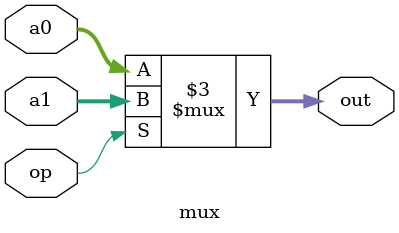
<source format=v>
`timescale 1ns / 1ps
module mux(
	a0, a1, op, 
	out
    );
	input op;
	input [31:0]a0, a1;
	output reg [31:0]out;
	
	always@(*)begin
		if(op) out = a1;
		else out = a0;
	end
endmodule

</source>
